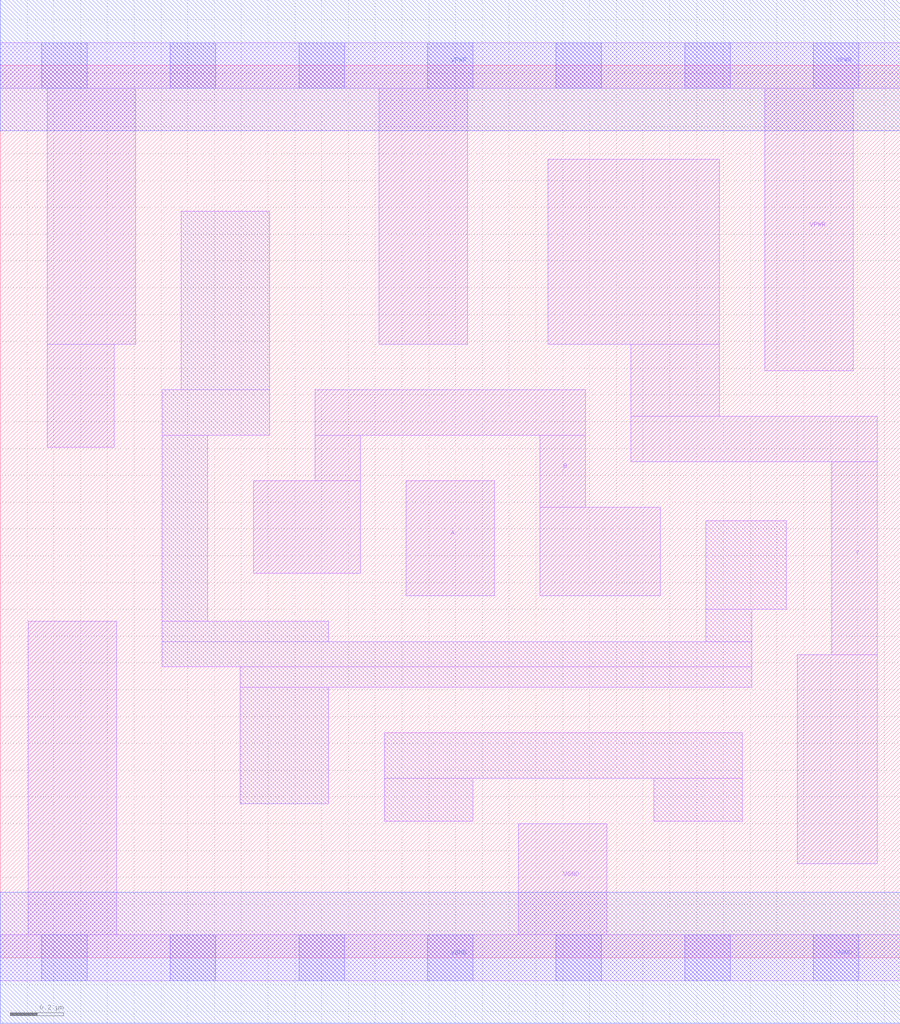
<source format=lef>
# Copyright 2020 The SkyWater PDK Authors
#
# Licensed under the Apache License, Version 2.0 (the "License");
# you may not use this file except in compliance with the License.
# You may obtain a copy of the License at
#
#     https://www.apache.org/licenses/LICENSE-2.0
#
# Unless required by applicable law or agreed to in writing, software
# distributed under the License is distributed on an "AS IS" BASIS,
# WITHOUT WARRANTIES OR CONDITIONS OF ANY KIND, either express or implied.
# See the License for the specific language governing permissions and
# limitations under the License.
#
# SPDX-License-Identifier: Apache-2.0

VERSION 5.7 ;
  NAMESCASESENSITIVE ON ;
  NOWIREEXTENSIONATPIN ON ;
  DIVIDERCHAR "/" ;
  BUSBITCHARS "[]" ;
UNITS
  DATABASE MICRONS 200 ;
END UNITS
MACRO sky130_fd_sc_ls__xnor2_1
  CLASS CORE ;
  SOURCE USER ;
  FOREIGN sky130_fd_sc_ls__xnor2_1 ;
  ORIGIN  0.000000  0.000000 ;
  SIZE  3.360000 BY  3.330000 ;
  SYMMETRY X Y ;
  SITE unit ;
  PIN A
    ANTENNAGATEAREA  0.501000 ;
    DIRECTION INPUT ;
    USE SIGNAL ;
    PORT
      LAYER li1 ;
        RECT 1.515000 1.350000 1.845000 1.780000 ;
    END
  END A
  PIN B
    ANTENNAGATEAREA  0.501000 ;
    DIRECTION INPUT ;
    USE SIGNAL ;
    PORT
      LAYER li1 ;
        RECT 0.945000 1.435000 1.345000 1.780000 ;
        RECT 1.175000 1.780000 1.345000 1.950000 ;
        RECT 1.175000 1.950000 2.185000 2.120000 ;
        RECT 2.015000 1.350000 2.465000 1.680000 ;
        RECT 2.015000 1.680000 2.185000 1.950000 ;
    END
  END B
  PIN Y
    ANTENNADIFFAREA  0.699800 ;
    DIRECTION OUTPUT ;
    USE SIGNAL ;
    PORT
      LAYER li1 ;
        RECT 2.045000 2.290000 2.685000 2.980000 ;
        RECT 2.355000 1.850000 3.275000 2.020000 ;
        RECT 2.355000 2.020000 2.685000 2.290000 ;
        RECT 2.975000 0.350000 3.275000 1.130000 ;
        RECT 3.105000 1.130000 3.275000 1.850000 ;
    END
  END Y
  PIN VGND
    DIRECTION INOUT ;
    SHAPE ABUTMENT ;
    USE GROUND ;
    PORT
      LAYER li1 ;
        RECT 0.000000 -0.085000 3.360000 0.085000 ;
        RECT 0.105000  0.085000 0.435000 1.255000 ;
        RECT 1.935000  0.085000 2.265000 0.500000 ;
      LAYER mcon ;
        RECT 0.155000 -0.085000 0.325000 0.085000 ;
        RECT 0.635000 -0.085000 0.805000 0.085000 ;
        RECT 1.115000 -0.085000 1.285000 0.085000 ;
        RECT 1.595000 -0.085000 1.765000 0.085000 ;
        RECT 2.075000 -0.085000 2.245000 0.085000 ;
        RECT 2.555000 -0.085000 2.725000 0.085000 ;
        RECT 3.035000 -0.085000 3.205000 0.085000 ;
      LAYER met1 ;
        RECT 0.000000 -0.245000 3.360000 0.245000 ;
    END
  END VGND
  PIN VPWR
    DIRECTION INOUT ;
    SHAPE ABUTMENT ;
    USE POWER ;
    PORT
      LAYER li1 ;
        RECT 0.000000 3.245000 3.360000 3.415000 ;
        RECT 0.175000 1.905000 0.425000 2.290000 ;
        RECT 0.175000 2.290000 0.505000 3.245000 ;
        RECT 1.415000 2.290000 1.745000 3.245000 ;
        RECT 2.855000 2.190000 3.185000 3.245000 ;
      LAYER mcon ;
        RECT 0.155000 3.245000 0.325000 3.415000 ;
        RECT 0.635000 3.245000 0.805000 3.415000 ;
        RECT 1.115000 3.245000 1.285000 3.415000 ;
        RECT 1.595000 3.245000 1.765000 3.415000 ;
        RECT 2.075000 3.245000 2.245000 3.415000 ;
        RECT 2.555000 3.245000 2.725000 3.415000 ;
        RECT 3.035000 3.245000 3.205000 3.415000 ;
      LAYER met1 ;
        RECT 0.000000 3.085000 3.360000 3.575000 ;
    END
  END VPWR
  OBS
    LAYER li1 ;
      RECT 0.605000 1.085000 2.805000 1.180000 ;
      RECT 0.605000 1.180000 1.225000 1.255000 ;
      RECT 0.605000 1.255000 0.775000 1.950000 ;
      RECT 0.605000 1.950000 1.005000 2.120000 ;
      RECT 0.675000 2.120000 1.005000 2.785000 ;
      RECT 0.895000 0.575000 1.225000 1.010000 ;
      RECT 0.895000 1.010000 2.805000 1.085000 ;
      RECT 1.435000 0.510000 1.765000 0.670000 ;
      RECT 1.435000 0.670000 2.770000 0.840000 ;
      RECT 2.440000 0.510000 2.770000 0.670000 ;
      RECT 2.635000 1.180000 2.805000 1.300000 ;
      RECT 2.635000 1.300000 2.935000 1.630000 ;
  END
END sky130_fd_sc_ls__xnor2_1

</source>
